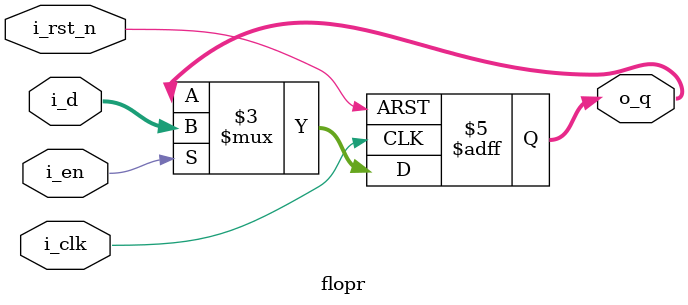
<source format=sv>
/**
    PBL3 - RISC-V Single Cycle Processor  
    Resettable Flip-Flop Module

    File name: flopr.sv

    Objective:
        Implement a parameterized-width flip-flop with asynchronous active-low reset.
        Provides basic sequential storage element for the processor datapath.

        A parameterized width flip-flop with asynchronous active-low reset

    Specification:
        - Configurable data width via parameter
        - Positive-edge triggered
        - Asynchronous active-low reset
        - Reset clears all bits to 0
        - Fully synthesizable

    Functional Diagram:

                       +------------------+
        i_d[W-1:0] -->|                  |
        i_clk      -->|                  |--> o_q[W-1:0]
        i_rst_n    -->|     FLOPR        |
                       +------------------+

    Parameters:
        P_WIDTH - Data width in bits (default = 32)

    Inputs:
        i_clk     - Clock signal (positive edge triggered)
        i_rst_n   - Asynchronous active-low reset
        i_d       - Data input (width = P_WIDTH)

    Outputs:
        o_q       - Registered output (width = P_WIDTH)

    Timing Characteristics:
        - Setup time: Data must be stable before clock rising edge
        - Hold time: Data must remain stable after clock rising edge
        - Reset recovery: Reset must be deasserted sufficiently before clock edge

    Operation:
        - On reset (i_rst_n=0): Output clears to 0
        - On clock rising edge: Output updates to input value
        - Otherwise: Output maintains previous value

    Typical Usage:
        - Program counter register
        - Pipeline registers
        - State machine state storage
**/

//----------------------------------------------------------------------------- 
// Resettable Flip-Flop Module
//-----------------------------------------------------------------------------
`timescale 1ns / 1ps  // Set simulation time unit to 1ns, precision to 1ps
module flopr #(
    parameter P_WIDTH = 32  // Default width is 32 bits (configurable)
)(
    input  logic               i_clk,    // Clock input
    input  logic               i_rst_n,  // Active-low asynchronous reset
    input  logic               i_en,     // Enable
    input  logic [P_WIDTH-1:0] i_d,      // Data input
    output logic [P_WIDTH-1:0] o_q       // Data output (registered)
);

    // Sequential logic block triggered on clock rising edge or reset falling edge
    always_ff @(posedge i_clk or negedge i_rst_n) begin
        // Reset condition (active low)
        if (!i_rst_n)
            o_q <= '0;  // Clear all bits when reset is active
        else if(i_en)
            o_q <= i_d; // On clock edge, pass input to output
    end

endmodule
</source>
